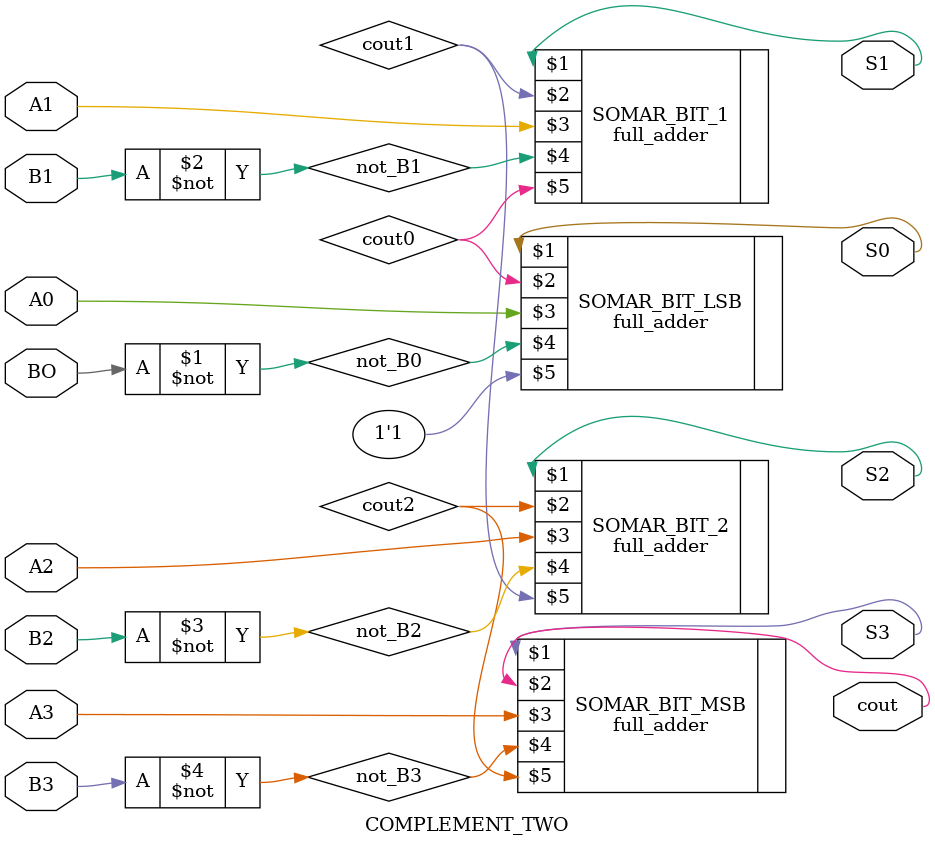
<source format=v>
/*              -------- COMPLEMENTO DE DOIS-------- */
/*  BASE LITERÁRIA: Ronald J. Tocci, Neal S. Widmer, Gregory L. Moss. “Sistemas digitais : princípios e aplicações”;
 revisão técnica Renato Giacomini ; tradução Jorge Ritter. – 11ª edição – São Paulo : Pearson Prentice Hall, 2011;
 */

module COMPLEMENT_TWO(S3, S2, S1, S0, cout, A3, A2, A1, A0, B3, B2, B1, BO);

    input A3, A2, A1, A0; // REPRESENTAÇÃO BINARIA DA PARCELA 1;
    input B3, B2, B1, BO; // REPRESENTAÇÃO BINARIA DA PARCELA 2;
   
    output S3, S2, S1, S0, cout; // RESULTADO DAS PARCELAS E O CARRY DE SAÍDA;
   
    wire cout0, cout1, cout2; // CARRY DE SAÍDA AUXILIARES;
    wire not_B3, not_B2, not_B1, not_B0; // FIOS DA NEGAÇÃO DE B;
   
   /*NEGAR O CONJUNTO DE BITs DE B*/
    not INVERTER_B0(not_B0,BO);
    not INVERTER_B1(not_B1,B1);
    not INVERTER_B2(not_B2,B2);
    not INVERTER_B3(not_B3,B3);
   
    full_adder SOMAR_BIT_LSB(S0, cout0, A0, not_B0, 1'b1); // SOMAR O BIT LSB DE "A" E "B", MAIS UM BIT NO CARRY DE ENTRADA, OBTENDO ASSIM, O S LSB;  
    full_adder SOMAR_BIT_1(S1, cout1, A1, not_B1, cout0); // SOMAR O BIT 1 DE "A", "B" E O CARRY DE SAÍDA DA OPECAÇÃO ANTERIOR, OBTENDO ASSIM, O S 1;
    full_adder SOMAR_BIT_2(S2, cout2, A2, not_B2, cout1); // SOMAR O BIT 2 DE "A" E "B", O CARRY DE SAÍDA DA OPECAÇÃO ANTERIOR, OBTENDO ASSIM, O S 2;
    full_adder SOMAR_BIT_MSB(S3, cout, A3, not_B3, cout2); // SOMAR O BIT MSB DE "A" E "B", O CARRY DE SAÍDA DA OPECAÇÃO ANTERIOR, OBTENDO ASSIM, O S MSB;
   
endmodule 


</source>
